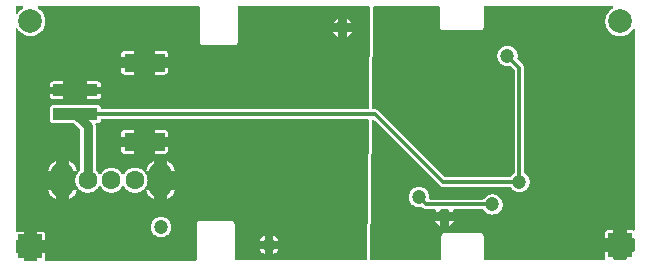
<source format=gbl>
G04 Layer: BottomLayer*
G04 EasyEDA v6.5.42, 2024-05-27 16:03:50*
G04 5a823164b2b14e8aa45e0a56d25f44cb,4b06660695a64fe3bf0f4e1e846abbee,10*
G04 Gerber Generator version 0.2*
G04 Scale: 100 percent, Rotated: No, Reflected: No *
G04 Dimensions in millimeters *
G04 leading zeros omitted , absolute positions ,4 integer and 5 decimal *
%FSLAX45Y45*%
%MOMM*%

%AMMACRO1*21,1,$1,$2,0,0,$3*%
%ADD10C,0.3000*%
%ADD11C,0.8000*%
%ADD12MACRO1,1X3.8X-90.0000*%
%ADD13MACRO1,1.5X3.4X-90.0000*%
%ADD14C,2.0000*%
%ADD15O,1.599946X1.5999968*%
%ADD16O,1.9999959999999999X2.999994*%
%ADD17MACRO1,2X2X-90.0000*%
%ADD18R,2.0000X2.0000*%
%ADD19C,1.2000*%
%ADD20C,0.0124*%

%LPD*%
G36*
X2574604.0Y4579016.00000D02*
G01*
X2570337.0Y4578102.00000D01*
X2566883.0Y4575460.00000D01*
X2564800.0Y4571599.00000D01*
X2564546.0Y4567231.00000D01*
X2566172.0Y4563167.00000D01*
X2569321.0Y4560119.00000D01*
X2576027.0Y4556105.00000D01*
X2587965.0Y4546758.00000D01*
X2598734.0Y4535989.00000D01*
X2608082.0Y4524000.00000D01*
X2615956.0Y4511046.00000D01*
X2622204.0Y4497127.00000D01*
X2626725.0Y4482649.00000D01*
X2629468.0Y4467713.00000D01*
X2630383.0Y4452524.00000D01*
X2629468.0Y4437335.00000D01*
X2626725.0Y4422349.00000D01*
X2622204.0Y4407871.00000D01*
X2615956.0Y4394003.00000D01*
X2608082.0Y4380998.00000D01*
X2598734.0Y4369060.00000D01*
X2587965.0Y4358290.00000D01*
X2576027.0Y4348943.00000D01*
X2563022.0Y4341069.00000D01*
X2549154.0Y4334821.00000D01*
X2534625.0Y4330299.00000D01*
X2519690.0Y4327556.00000D01*
X2504500.0Y4326591.00000D01*
X2489311.0Y4327556.00000D01*
X2474376.0Y4330299.00000D01*
X2459847.0Y4334821.00000D01*
X2445979.0Y4341069.00000D01*
X2432974.0Y4348943.00000D01*
X2421036.0Y4358290.00000D01*
X2410266.0Y4369060.00000D01*
X2400919.0Y4380998.00000D01*
X2396855.0Y4387653.00000D01*
X2393858.0Y4390853.00000D01*
X2389794.0Y4392479.00000D01*
X2385425.0Y4392225.00000D01*
X2381564.0Y4390091.00000D01*
X2378923.0Y4386637.00000D01*
X2378008.0Y4382369.00000D01*
X2378008.0Y2677979.00000D01*
X2378872.0Y2673865.00000D01*
X2381361.0Y2670461.00000D01*
X2385019.0Y2668277.00000D01*
X2389235.0Y2667819.00000D01*
X2398735.0Y2671121.00000D01*
X2405085.0Y2671782.00000D01*
X2448163.0Y2671782.00000D01*
X2448163.0Y2602287.00000D01*
X2388168.0Y2602287.00000D01*
X2384257.0Y2601525.00000D01*
X2381006.0Y2599290.00000D01*
X2378770.0Y2595988.00000D01*
X2378008.0Y2592077.00000D01*
X2378008.0Y2499722.00000D01*
X2378770.0Y2495811.00000D01*
X2381006.0Y2492509.00000D01*
X2384257.0Y2490324.00000D01*
X2388168.0Y2489511.00000D01*
X2448163.0Y2489511.00000D01*
X2448163.0Y2431396.00000D01*
X2448925.0Y2427485.00000D01*
X2451160.0Y2424233.00000D01*
X2454462.0Y2422049.00000D01*
X2458323.0Y2421287.00000D01*
X2550728.0Y2421490.00000D01*
X2554589.0Y2422303.00000D01*
X2557891.0Y2424487.00000D01*
X2560076.0Y2427789.00000D01*
X2560838.0Y2431650.00000D01*
X2560838.0Y2489511.00000D01*
X2630434.0Y2489511.00000D01*
X2630434.0Y2446484.00000D01*
X2629672.0Y2440134.00000D01*
X2627944.0Y2435257.00000D01*
X2627386.0Y2431345.00000D01*
X2628300.0Y2427688.00000D01*
X2630535.0Y2424538.00000D01*
X2633786.0Y2422455.00000D01*
X2637596.0Y2421693.00000D01*
X3901043.0Y2424741.00000D01*
X3904904.0Y2425503.00000D01*
X3908206.0Y2427688.00000D01*
X3910390.0Y2430939.00000D01*
X3911203.0Y2434800.00000D01*
X3913692.0Y2737619.00000D01*
X3914505.0Y2744070.00000D01*
X3916690.0Y2749607.00000D01*
X3920246.0Y2754738.00000D01*
X3923141.0Y2757583.00000D01*
X3926850.0Y2760326.00000D01*
X3932387.0Y2762765.00000D01*
X3939753.0Y2763933.00000D01*
X4205691.0Y2763933.00000D01*
X4212193.0Y2763069.00000D01*
X4217730.0Y2761037.00000D01*
X4222861.0Y2757481.00000D01*
X4225909.0Y2754484.00000D01*
X4228551.0Y2750827.00000D01*
X4231040.0Y2745340.00000D01*
X4232208.0Y2737873.00000D01*
X4232208.0Y2440337.00000D01*
X4232970.0Y2436425.00000D01*
X4235206.0Y2433174.00000D01*
X4238457.0Y2430888.00000D01*
X4242368.0Y2430177.00000D01*
X5343508.0Y2430177.00000D01*
X5347369.0Y2430888.00000D01*
X5350620.0Y2433123.00000D01*
X5352856.0Y2436324.00000D01*
X5353668.0Y2440134.00000D01*
X5368807.0Y3615391.00000D01*
X5368045.0Y3619303.00000D01*
X5365860.0Y3622706.00000D01*
X5362558.0Y3624941.00000D01*
X5358647.0Y3625703.00000D01*
X3111052.0Y3625703.00000D01*
X3107395.0Y3625094.00000D01*
X3104245.0Y3623163.00000D01*
X3102010.0Y3620268.00000D01*
X3100943.0Y3616712.00000D01*
X3100283.0Y3610971.00000D01*
X3098403.0Y3605536.00000D01*
X3095304.0Y3600608.00000D01*
X3091190.0Y3596544.00000D01*
X3086313.0Y3593395.00000D01*
X3080877.0Y3591464.00000D01*
X3074527.0Y3590804.00000D01*
X3063707.0Y3590804.00000D01*
X3060100.0Y3590093.00000D01*
X3056950.0Y3588264.00000D01*
X3054715.0Y3585419.00000D01*
X3053598.0Y3581914.00000D01*
X3053801.0Y3578256.00000D01*
X3055376.0Y3571805.00000D01*
X3056188.0Y3561137.00000D01*
X3056188.0Y3193650.00000D01*
X3057103.0Y3189434.00000D01*
X3059694.0Y3186030.00000D01*
X3065180.0Y3181153.00000D01*
X3074324.0Y3170790.00000D01*
X3081842.0Y3159513.00000D01*
X3084636.0Y3156668.00000D01*
X3088294.0Y3155144.00000D01*
X3092307.0Y3155144.00000D01*
X3095965.0Y3156668.00000D01*
X3098759.0Y3159513.00000D01*
X3106277.0Y3170790.00000D01*
X3115421.0Y3181153.00000D01*
X3125835.0Y3190348.00000D01*
X3137367.0Y3198019.00000D01*
X3149762.0Y3204115.00000D01*
X3162919.0Y3208535.00000D01*
X3176483.0Y3211329.00000D01*
X3190300.0Y3212192.00000D01*
X3204118.0Y3211329.00000D01*
X3217682.0Y3208535.00000D01*
X3230839.0Y3204115.00000D01*
X3243234.0Y3198019.00000D01*
X3254766.0Y3190348.00000D01*
X3265180.0Y3181153.00000D01*
X3274324.0Y3170790.00000D01*
X3281842.0Y3159513.00000D01*
X3284636.0Y3156668.00000D01*
X3288294.0Y3155144.00000D01*
X3292307.0Y3155144.00000D01*
X3295964.0Y3156668.00000D01*
X3298758.0Y3159513.00000D01*
X3306277.0Y3170790.00000D01*
X3315421.0Y3181153.00000D01*
X3325835.0Y3190348.00000D01*
X3337366.0Y3198019.00000D01*
X3349762.0Y3204115.00000D01*
X3362919.0Y3208535.00000D01*
X3376482.0Y3211329.00000D01*
X3390300.0Y3212192.00000D01*
X3404118.0Y3211329.00000D01*
X3417681.0Y3208535.00000D01*
X3430838.0Y3204115.00000D01*
X3443234.0Y3198019.00000D01*
X3454765.0Y3190348.00000D01*
X3465687.0Y3180696.00000D01*
X3469345.0Y3178715.00000D01*
X3471885.0Y3178461.00000D01*
X3472342.0Y3174143.00000D01*
X3474323.0Y3170790.00000D01*
X3481994.0Y3159208.00000D01*
X3488141.0Y3146863.00000D01*
X3492561.0Y3133757.00000D01*
X3495253.0Y3120092.00000D01*
X3496167.0Y3106325.00000D01*
X3495253.0Y3092507.00000D01*
X3492561.0Y3078893.00000D01*
X3488141.0Y3065787.00000D01*
X3481994.0Y3053391.00000D01*
X3474272.0Y3041809.00000D01*
X3472342.0Y3038507.00000D01*
X3471885.0Y3034138.00000D01*
X3469345.0Y3033935.00000D01*
X3465687.0Y3031903.00000D01*
X3454765.0Y3022302.00000D01*
X3443234.0Y3014580.00000D01*
X3430838.0Y3008484.00000D01*
X3417681.0Y3004065.00000D01*
X3404118.0Y3001321.00000D01*
X3390300.0Y3000407.00000D01*
X3376482.0Y3001321.00000D01*
X3362919.0Y3004065.00000D01*
X3349762.0Y3008484.00000D01*
X3337366.0Y3014580.00000D01*
X3325835.0Y3022302.00000D01*
X3315421.0Y3031446.00000D01*
X3306277.0Y3041860.00000D01*
X3298758.0Y3053137.00000D01*
X3295964.0Y3055982.00000D01*
X3292307.0Y3057506.00000D01*
X3288294.0Y3057506.00000D01*
X3284636.0Y3055982.00000D01*
X3281842.0Y3053137.00000D01*
X3274324.0Y3041860.00000D01*
X3265180.0Y3031446.00000D01*
X3254766.0Y3022302.00000D01*
X3243234.0Y3014580.00000D01*
X3230839.0Y3008484.00000D01*
X3217682.0Y3004065.00000D01*
X3204118.0Y3001321.00000D01*
X3190300.0Y3000407.00000D01*
X3176483.0Y3001321.00000D01*
X3162919.0Y3004065.00000D01*
X3149762.0Y3008484.00000D01*
X3137367.0Y3014580.00000D01*
X3125835.0Y3022302.00000D01*
X3115421.0Y3031446.00000D01*
X3106277.0Y3041860.00000D01*
X3098759.0Y3053137.00000D01*
X3095965.0Y3055982.00000D01*
X3092307.0Y3057506.00000D01*
X3088294.0Y3057506.00000D01*
X3084636.0Y3055982.00000D01*
X3081842.0Y3053137.00000D01*
X3074324.0Y3041860.00000D01*
X3065180.0Y3031446.00000D01*
X3054766.0Y3022302.00000D01*
X3043234.0Y3014580.00000D01*
X3030839.0Y3008484.00000D01*
X3017682.0Y3004065.00000D01*
X3004118.0Y3001321.00000D01*
X2990301.0Y3000407.00000D01*
X2976483.0Y3001321.00000D01*
X2962920.0Y3004065.00000D01*
X2949762.0Y3008484.00000D01*
X2937367.0Y3014580.00000D01*
X2925836.0Y3022302.00000D01*
X2914914.0Y3031903.00000D01*
X2911256.0Y3033935.00000D01*
X2908716.0Y3034138.00000D01*
X2908259.0Y3038507.00000D01*
X2906278.0Y3041860.00000D01*
X2898607.0Y3053391.00000D01*
X2892460.0Y3065787.00000D01*
X2888040.0Y3078893.00000D01*
X2885348.0Y3092507.00000D01*
X2884434.0Y3106325.00000D01*
X2885348.0Y3120092.00000D01*
X2888040.0Y3133757.00000D01*
X2892460.0Y3146863.00000D01*
X2898607.0Y3159208.00000D01*
X2906328.0Y3170841.00000D01*
X2908259.0Y3174143.00000D01*
X2908716.0Y3178461.00000D01*
X2911256.0Y3178715.00000D01*
X2914914.0Y3180696.00000D01*
X2920908.0Y3186030.00000D01*
X2923499.0Y3189434.00000D01*
X2924413.0Y3193650.00000D01*
X2924413.0Y3529945.00000D01*
X2923600.0Y3533857.00000D01*
X2921416.0Y3537210.00000D01*
X2870768.0Y3587857.00000D01*
X2867466.0Y3589991.00000D01*
X2863606.0Y3590804.00000D01*
X2695661.0Y3590804.00000D01*
X2689362.0Y3591464.00000D01*
X2683875.0Y3593395.00000D01*
X2678998.0Y3596544.00000D01*
X2674884.0Y3600608.00000D01*
X2671836.0Y3605536.00000D01*
X2669905.0Y3610971.00000D01*
X2669194.0Y3617271.00000D01*
X2669194.0Y3716178.00000D01*
X2669905.0Y3722427.00000D01*
X2671836.0Y3727913.00000D01*
X2674884.0Y3732841.00000D01*
X2678998.0Y3736905.00000D01*
X2683875.0Y3739953.00000D01*
X2689362.0Y3741883.00000D01*
X2695661.0Y3742645.00000D01*
X3074527.0Y3742645.00000D01*
X3080877.0Y3741883.00000D01*
X3086313.0Y3739953.00000D01*
X3091190.0Y3736905.00000D01*
X3095304.0Y3732841.00000D01*
X3098403.0Y3727913.00000D01*
X3100283.0Y3722427.00000D01*
X3100943.0Y3716534.00000D01*
X3102010.0Y3713029.00000D01*
X3104296.0Y3710133.00000D01*
X3107446.0Y3708203.00000D01*
X3111052.0Y3707542.00000D01*
X5359967.0Y3707542.00000D01*
X5363828.0Y3708253.00000D01*
X5367080.0Y3710489.00000D01*
X5369315.0Y3713740.00000D01*
X5370128.0Y3717550.00000D01*
X5381050.0Y4568704.00000D01*
X5380338.0Y4572666.00000D01*
X5378154.0Y4576019.00000D01*
X5374852.0Y4578203.00000D01*
X5370890.0Y4579016.00000D01*
X4267768.0Y4579016.00000D01*
X4263857.0Y4578203.00000D01*
X4260606.0Y4576019.00000D01*
X4258370.0Y4572768.00000D01*
X4257608.0Y4568856.00000D01*
X4257608.0Y4275283.00000D01*
X4256796.0Y4268831.00000D01*
X4254713.0Y4263294.00000D01*
X4251157.0Y4258163.00000D01*
X4248160.0Y4255115.00000D01*
X4244553.0Y4252423.00000D01*
X4239016.0Y4249934.00000D01*
X4231548.0Y4248816.00000D01*
X3965610.0Y4248816.00000D01*
X3959108.0Y4249629.00000D01*
X3953570.0Y4251712.00000D01*
X3948440.0Y4255268.00000D01*
X3945392.0Y4258214.00000D01*
X3942750.0Y4261872.00000D01*
X3940261.0Y4267409.00000D01*
X3939092.0Y4274826.00000D01*
X3939092.0Y4568856.00000D01*
X3938330.0Y4572768.00000D01*
X3936095.0Y4576019.00000D01*
X3932844.0Y4578203.00000D01*
X3928932.0Y4579016.00000D01*
G37*

%LPC*%
G36*
X5182473.0Y4477873.00000D02*
G01*
X5192532.0Y4472387.00000D01*
X5202336.0Y4465021.00000D01*
X5211023.0Y4456385.00000D01*
X5218338.0Y4446581.00000D01*
X5223875.0Y4436471.00000D01*
X5182473.0Y4436471.00000D01*
G37*
G36*
X5109728.0Y4477873.00000D02*
G01*
X5109728.0Y4436471.00000D01*
X5068326.0Y4436471.00000D01*
X5073863.0Y4446581.00000D01*
X5081178.0Y4456385.00000D01*
X5089865.0Y4465021.00000D01*
X5099669.0Y4472387.00000D01*
G37*
G36*
X5068326.0Y4363726.00000D02*
G01*
X5109728.0Y4363726.00000D01*
X5109728.0Y4322375.00000D01*
X5099669.0Y4327861.00000D01*
X5089865.0Y4335227.00000D01*
X5081178.0Y4343863.00000D01*
X5073863.0Y4353718.00000D01*
G37*
G36*
X5182473.0Y4363726.00000D02*
G01*
X5223875.0Y4363726.00000D01*
X5218338.0Y4353718.00000D01*
X5211023.0Y4343863.00000D01*
X5202336.0Y4335227.00000D01*
X5192532.0Y4327861.00000D01*
X5182473.0Y4322375.00000D01*
G37*
G36*
X3561445.0Y4202588.00000D02*
G01*
X3639525.0Y4202588.00000D01*
X3645875.0Y4201928.00000D01*
X3651311.0Y4199997.00000D01*
X3656187.0Y4196949.00000D01*
X3660302.0Y4192784.00000D01*
X3663401.0Y4187907.00000D01*
X3665280.0Y4182471.00000D01*
X3665992.0Y4176121.00000D01*
X3665992.0Y4145591.00000D01*
X3561445.0Y4145591.00000D01*
G37*
G36*
X3300689.0Y4202588.00000D02*
G01*
X3378768.0Y4202588.00000D01*
X3378768.0Y4145591.00000D01*
X3274171.0Y4145591.00000D01*
X3274171.0Y4176121.00000D01*
X3274882.0Y4182471.00000D01*
X3276813.0Y4187907.00000D01*
X3279912.0Y4192784.00000D01*
X3283976.0Y4196949.00000D01*
X3288903.0Y4199997.00000D01*
X3294339.0Y4201928.00000D01*
G37*
G36*
X3274171.0Y4057859.00000D02*
G01*
X3378768.0Y4057859.00000D01*
X3378768.0Y4000760.00000D01*
X3300689.0Y4000760.00000D01*
X3294339.0Y4001522.00000D01*
X3288903.0Y4003452.00000D01*
X3283976.0Y4006500.00000D01*
X3279912.0Y4010564.00000D01*
X3276813.0Y4015441.00000D01*
X3274882.0Y4020978.00000D01*
X3274171.0Y4027227.00000D01*
G37*
G36*
X3561445.0Y4057859.00000D02*
G01*
X3665992.0Y4057859.00000D01*
X3665992.0Y4027227.00000D01*
X3665280.0Y4020978.00000D01*
X3663401.0Y4015441.00000D01*
X3660302.0Y4010564.00000D01*
X3656187.0Y4006500.00000D01*
X3651311.0Y4003452.00000D01*
X3645875.0Y4001522.00000D01*
X3639525.0Y4000760.00000D01*
X3561445.0Y4000760.00000D01*
G37*
G36*
X2986440.0Y3942645.00000D02*
G01*
X3074527.0Y3942645.00000D01*
X3080877.0Y3941933.00000D01*
X3086313.0Y3940003.00000D01*
X3091190.0Y3936853.00000D01*
X3095304.0Y3932840.00000D01*
X3098403.0Y3927913.00000D01*
X3100283.0Y3922477.00000D01*
X3100994.0Y3916178.00000D01*
X3100994.0Y3898093.00000D01*
X2986440.0Y3898093.00000D01*
G37*
G36*
X2695661.0Y3942645.00000D02*
G01*
X2783748.0Y3942645.00000D01*
X2783748.0Y3898093.00000D01*
X2669194.0Y3898093.00000D01*
X2669194.0Y3916178.00000D01*
X2669905.0Y3922477.00000D01*
X2671836.0Y3927913.00000D01*
X2674884.0Y3932840.00000D01*
X2678998.0Y3936853.00000D01*
X2683875.0Y3940003.00000D01*
X2689362.0Y3941933.00000D01*
G37*
G36*
X2669194.0Y3835355.00000D02*
G01*
X2783748.0Y3835355.00000D01*
X2783748.0Y3790753.00000D01*
X2695661.0Y3790753.00000D01*
X2689362.0Y3791515.00000D01*
X2683875.0Y3793445.00000D01*
X2678998.0Y3796544.00000D01*
X2674884.0Y3800557.00000D01*
X2671836.0Y3805485.00000D01*
X2669905.0Y3810971.00000D01*
X2669194.0Y3817219.00000D01*
G37*
G36*
X2986440.0Y3835355.00000D02*
G01*
X3100994.0Y3835355.00000D01*
X3100994.0Y3817219.00000D01*
X3100283.0Y3810971.00000D01*
X3098403.0Y3805485.00000D01*
X3095304.0Y3800557.00000D01*
X3091190.0Y3796544.00000D01*
X3086313.0Y3793445.00000D01*
X3080877.0Y3791515.00000D01*
X3074527.0Y3790753.00000D01*
X2986440.0Y3790753.00000D01*
G37*
G36*
X3561445.0Y3532638.00000D02*
G01*
X3639525.0Y3532638.00000D01*
X3645875.0Y3531876.00000D01*
X3651311.0Y3529945.00000D01*
X3656187.0Y3526948.00000D01*
X3660302.0Y3522833.00000D01*
X3663401.0Y3517957.00000D01*
X3665280.0Y3512419.00000D01*
X3665992.0Y3506171.00000D01*
X3665992.0Y3475589.00000D01*
X3561445.0Y3475589.00000D01*
G37*
G36*
X3300689.0Y3532638.00000D02*
G01*
X3378768.0Y3532638.00000D01*
X3378768.0Y3475589.00000D01*
X3274171.0Y3475589.00000D01*
X3274171.0Y3506171.00000D01*
X3274882.0Y3512419.00000D01*
X3276813.0Y3517957.00000D01*
X3279912.0Y3522833.00000D01*
X3283976.0Y3526948.00000D01*
X3288903.0Y3529945.00000D01*
X3294339.0Y3531876.00000D01*
G37*
G36*
X3561445.0Y3387807.00000D02*
G01*
X3665992.0Y3387807.00000D01*
X3665992.0Y3357276.00000D01*
X3665280.0Y3350977.00000D01*
X3663401.0Y3345491.00000D01*
X3660302.0Y3340614.00000D01*
X3656187.0Y3336448.00000D01*
X3651311.0Y3333451.00000D01*
X3645875.0Y3331521.00000D01*
X3639525.0Y3330809.00000D01*
X3561445.0Y3330809.00000D01*
G37*
G36*
X3274171.0Y3387807.00000D02*
G01*
X3378768.0Y3387807.00000D01*
X3378768.0Y3330809.00000D01*
X3300689.0Y3330809.00000D01*
X3294339.0Y3331521.00000D01*
X3288903.0Y3333451.00000D01*
X3283976.0Y3336448.00000D01*
X3279912.0Y3340614.00000D01*
X3276813.0Y3345491.00000D01*
X3274882.0Y3350977.00000D01*
X3274171.0Y3357276.00000D01*
G37*
G36*
X3548948.0Y3268783.00000D02*
G01*
X3548948.0Y3187656.00000D01*
X3483467.0Y3187656.00000D01*
X3487582.0Y3200966.00000D01*
X3493830.0Y3214834.00000D01*
X3501704.0Y3227839.00000D01*
X3511102.0Y3239776.00000D01*
X3521821.0Y3250495.00000D01*
X3533810.0Y3259893.00000D01*
X3546815.0Y3267817.00000D01*
G37*
G36*
X3661674.0Y3268783.00000D02*
G01*
X3663807.0Y3267817.00000D01*
X3676812.0Y3259893.00000D01*
X3688801.0Y3250495.00000D01*
X3699520.0Y3239776.00000D01*
X3708918.0Y3227839.00000D01*
X3716792.0Y3214834.00000D01*
X3723040.0Y3200966.00000D01*
X3727155.0Y3187656.00000D01*
X3661674.0Y3187656.00000D01*
G37*
G36*
X2831652.0Y3268783.00000D02*
G01*
X2833786.0Y3267817.00000D01*
X2846791.0Y3259893.00000D01*
X2858780.0Y3250495.00000D01*
X2869498.0Y3239776.00000D01*
X2878896.0Y3227839.00000D01*
X2886770.0Y3214834.00000D01*
X2893019.0Y3200966.00000D01*
X2897134.0Y3187656.00000D01*
X2831652.0Y3187656.00000D01*
G37*
G36*
X2718927.0Y3268783.00000D02*
G01*
X2718927.0Y3187656.00000D01*
X2653446.0Y3187656.00000D01*
X2657561.0Y3200966.00000D01*
X2663809.0Y3214834.00000D01*
X2671683.0Y3227839.00000D01*
X2681081.0Y3239776.00000D01*
X2691800.0Y3250495.00000D01*
X2703789.0Y3259893.00000D01*
X2716794.0Y3267817.00000D01*
G37*
G36*
X3483467.0Y3024943.00000D02*
G01*
X3548948.0Y3024943.00000D01*
X3548948.0Y2943816.00000D01*
X3546815.0Y2944781.00000D01*
X3533810.0Y2952706.00000D01*
X3521821.0Y2962104.00000D01*
X3511102.0Y2972823.00000D01*
X3501704.0Y2984761.00000D01*
X3493830.0Y2997816.00000D01*
X3487582.0Y3011634.00000D01*
G37*
G36*
X2831652.0Y3024943.00000D02*
G01*
X2897134.0Y3024943.00000D01*
X2893019.0Y3011634.00000D01*
X2886770.0Y2997816.00000D01*
X2878896.0Y2984761.00000D01*
X2869498.0Y2972823.00000D01*
X2858780.0Y2962104.00000D01*
X2846791.0Y2952706.00000D01*
X2833786.0Y2944781.00000D01*
X2831652.0Y2943816.00000D01*
G37*
G36*
X2653446.0Y3024943.00000D02*
G01*
X2718927.0Y3024943.00000D01*
X2718927.0Y2943816.00000D01*
X2716794.0Y2944781.00000D01*
X2703789.0Y2952706.00000D01*
X2691800.0Y2962104.00000D01*
X2681081.0Y2972823.00000D01*
X2671683.0Y2984761.00000D01*
X2663809.0Y2997816.00000D01*
X2657561.0Y3011634.00000D01*
G37*
G36*
X3661674.0Y3024943.00000D02*
G01*
X3727155.0Y3024943.00000D01*
X3723040.0Y3011634.00000D01*
X3716792.0Y2997816.00000D01*
X3708918.0Y2984761.00000D01*
X3699520.0Y2972823.00000D01*
X3688801.0Y2962104.00000D01*
X3676812.0Y2952706.00000D01*
X3663807.0Y2944781.00000D01*
X3661674.0Y2943816.00000D01*
G37*
G36*
X3609400.0Y2796902.00000D02*
G01*
X3621643.0Y2796039.00000D01*
X3633581.0Y2793397.00000D01*
X3645062.0Y2789130.00000D01*
X3655832.0Y2783288.00000D01*
X3665636.0Y2775922.00000D01*
X3674323.0Y2767286.00000D01*
X3681638.0Y2757481.00000D01*
X3687531.0Y2746712.00000D01*
X3691798.0Y2735180.00000D01*
X3694389.0Y2723242.00000D01*
X3695303.0Y2711050.00000D01*
X3694389.0Y2698807.00000D01*
X3691798.0Y2686819.00000D01*
X3687531.0Y2675338.00000D01*
X3681638.0Y2664619.00000D01*
X3674323.0Y2654764.00000D01*
X3665636.0Y2646128.00000D01*
X3655832.0Y2638762.00000D01*
X3645062.0Y2632920.00000D01*
X3633581.0Y2628602.00000D01*
X3621643.0Y2626011.00000D01*
X3609400.0Y2625147.00000D01*
X3597158.0Y2626011.00000D01*
X3585220.0Y2628602.00000D01*
X3573739.0Y2632920.00000D01*
X3562969.0Y2638762.00000D01*
X3553165.0Y2646128.00000D01*
X3544478.0Y2654764.00000D01*
X3537163.0Y2664619.00000D01*
X3531270.0Y2675338.00000D01*
X3527003.0Y2686819.00000D01*
X3524412.0Y2698807.00000D01*
X3523498.0Y2711050.00000D01*
X3524412.0Y2723242.00000D01*
X3527003.0Y2735180.00000D01*
X3531270.0Y2746712.00000D01*
X3537163.0Y2757481.00000D01*
X3544478.0Y2767286.00000D01*
X3553165.0Y2775922.00000D01*
X3562969.0Y2783288.00000D01*
X3573739.0Y2789130.00000D01*
X3585220.0Y2793397.00000D01*
X3597158.0Y2796039.00000D01*
G37*
G36*
X2560838.0Y2671782.00000D02*
G01*
X2603916.0Y2671782.00000D01*
X2610266.0Y2671121.00000D01*
X2615702.0Y2669191.00000D01*
X2620629.0Y2666143.00000D01*
X2624693.0Y2661977.00000D01*
X2627792.0Y2657101.00000D01*
X2629672.0Y2651665.00000D01*
X2630434.0Y2645315.00000D01*
X2630434.0Y2602287.00000D01*
X2560838.0Y2602287.00000D01*
G37*
G36*
X4560173.0Y2636374.00000D02*
G01*
X4570232.0Y2630888.00000D01*
X4580036.0Y2623522.00000D01*
X4588723.0Y2614886.00000D01*
X4596038.0Y2605081.00000D01*
X4601575.0Y2594972.00000D01*
X4560173.0Y2594972.00000D01*
G37*
G36*
X4487428.0Y2636374.00000D02*
G01*
X4487428.0Y2594972.00000D01*
X4446026.0Y2594972.00000D01*
X4451563.0Y2605081.00000D01*
X4458878.0Y2614886.00000D01*
X4467565.0Y2623522.00000D01*
X4477369.0Y2630888.00000D01*
G37*
G36*
X4446026.0Y2522227.00000D02*
G01*
X4487428.0Y2522227.00000D01*
X4487428.0Y2480875.00000D01*
X4477369.0Y2486362.00000D01*
X4467565.0Y2493728.00000D01*
X4458878.0Y2502364.00000D01*
X4451563.0Y2512219.00000D01*
G37*
G36*
X4560173.0Y2522227.00000D02*
G01*
X4601575.0Y2522227.00000D01*
X4596038.0Y2512219.00000D01*
X4588723.0Y2502364.00000D01*
X4580036.0Y2493728.00000D01*
X4570232.0Y2486362.00000D01*
X4560173.0Y2480875.00000D01*
G37*

%LPD*%
G36*
X2388168.0Y4579016.00000D02*
G01*
X2384257.0Y4578203.00000D01*
X2381006.0Y4576019.00000D01*
X2378770.0Y4572768.00000D01*
X2378008.0Y4568856.00000D01*
X2378008.0Y4522628.00000D01*
X2378923.0Y4518361.00000D01*
X2381564.0Y4514907.00000D01*
X2385425.0Y4512773.00000D01*
X2389794.0Y4512570.00000D01*
X2393858.0Y4514145.00000D01*
X2396855.0Y4517345.00000D01*
X2400919.0Y4524000.00000D01*
X2410266.0Y4535989.00000D01*
X2421036.0Y4546758.00000D01*
X2432974.0Y4556105.00000D01*
X2439680.0Y4560119.00000D01*
X2442829.0Y4563167.00000D01*
X2444455.0Y4567231.00000D01*
X2444201.0Y4571599.00000D01*
X2442118.0Y4575460.00000D01*
X2438664.0Y4578102.00000D01*
X2434396.0Y4579016.00000D01*
G37*

%LPD*%
G36*
X5417118.0Y4579016.00000D02*
G01*
X5413308.0Y4578203.00000D01*
X5410006.0Y4576070.00000D01*
X5407770.0Y4572768.00000D01*
X5406958.0Y4568958.00000D01*
X5396036.0Y3717855.00000D01*
X5396747.0Y3713943.00000D01*
X5398931.0Y3710590.00000D01*
X5402284.0Y3708355.00000D01*
X5406196.0Y3707542.00000D01*
X5421689.0Y3707542.00000D01*
X5430173.0Y3706729.00000D01*
X5437844.0Y3704342.00000D01*
X5444905.0Y3700633.00000D01*
X5451458.0Y3695249.00000D01*
X6010970.0Y3135992.00000D01*
X6014272.0Y3133757.00000D01*
X6018132.0Y3132995.00000D01*
X6563470.0Y3132995.00000D01*
X6566976.0Y3133655.00000D01*
X6570125.0Y3135484.00000D01*
X6579777.0Y3148286.00000D01*
X6588464.0Y3156922.00000D01*
X6598522.0Y3164389.00000D01*
X6601316.0Y3166675.00000D01*
X6603145.0Y3169774.00000D01*
X6603806.0Y3173330.00000D01*
X6603806.0Y4036015.00000D01*
X6603044.0Y4039927.00000D01*
X6600808.0Y4043279.00000D01*
X6571497.0Y4072540.00000D01*
X6568754.0Y4074521.00000D01*
X6565553.0Y4075486.00000D01*
X6562150.0Y4075283.00000D01*
X6555342.0Y4073810.00000D01*
X6543100.0Y4072947.00000D01*
X6530857.0Y4073810.00000D01*
X6518919.0Y4076401.00000D01*
X6507438.0Y4080719.00000D01*
X6496668.0Y4086561.00000D01*
X6486864.0Y4093927.00000D01*
X6478177.0Y4102563.00000D01*
X6470862.0Y4112418.00000D01*
X6464969.0Y4123137.00000D01*
X6460702.0Y4134618.00000D01*
X6458111.0Y4146607.00000D01*
X6457197.0Y4158849.00000D01*
X6458111.0Y4171041.00000D01*
X6460702.0Y4182979.00000D01*
X6464969.0Y4194511.00000D01*
X6470862.0Y4205281.00000D01*
X6478177.0Y4215085.00000D01*
X6486864.0Y4223721.00000D01*
X6496668.0Y4231087.00000D01*
X6507438.0Y4236929.00000D01*
X6518919.0Y4241196.00000D01*
X6530857.0Y4243838.00000D01*
X6543100.0Y4244701.00000D01*
X6555342.0Y4243838.00000D01*
X6567280.0Y4241196.00000D01*
X6578761.0Y4236929.00000D01*
X6589531.0Y4231087.00000D01*
X6599335.0Y4223721.00000D01*
X6608022.0Y4215085.00000D01*
X6615337.0Y4205281.00000D01*
X6621230.0Y4194511.00000D01*
X6625497.0Y4182979.00000D01*
X6628088.0Y4171041.00000D01*
X6629002.0Y4158849.00000D01*
X6628088.0Y4146607.00000D01*
X6626615.0Y4139749.00000D01*
X6626462.0Y4136396.00000D01*
X6627428.0Y4133145.00000D01*
X6629358.0Y4130401.00000D01*
X6673249.0Y4086510.00000D01*
X6678685.0Y4079906.00000D01*
X6682444.0Y4072845.00000D01*
X6684781.0Y4065174.00000D01*
X6685594.0Y4056741.00000D01*
X6685594.0Y3173330.00000D01*
X6686254.0Y3169774.00000D01*
X6688083.0Y3166675.00000D01*
X6700935.0Y3156922.00000D01*
X6709622.0Y3148286.00000D01*
X6716937.0Y3138481.00000D01*
X6722830.0Y3127712.00000D01*
X6727097.0Y3116180.00000D01*
X6729688.0Y3104242.00000D01*
X6730602.0Y3092050.00000D01*
X6729688.0Y3079807.00000D01*
X6727097.0Y3067819.00000D01*
X6722830.0Y3056338.00000D01*
X6716937.0Y3045619.00000D01*
X6709622.0Y3035764.00000D01*
X6700935.0Y3027128.00000D01*
X6691131.0Y3019762.00000D01*
X6680361.0Y3013920.00000D01*
X6668880.0Y3009602.00000D01*
X6656942.0Y3007011.00000D01*
X6644700.0Y3006147.00000D01*
X6632457.0Y3007011.00000D01*
X6620519.0Y3009602.00000D01*
X6609038.0Y3013920.00000D01*
X6598268.0Y3019762.00000D01*
X6588464.0Y3027128.00000D01*
X6579777.0Y3035764.00000D01*
X6570024.0Y3048718.00000D01*
X6566925.0Y3050547.00000D01*
X6563369.0Y3051207.00000D01*
X5997508.0Y3051207.00000D01*
X5989024.0Y3052020.00000D01*
X5981353.0Y3054357.00000D01*
X5974292.0Y3058065.00000D01*
X5967739.0Y3063450.00000D01*
X5411987.0Y3618998.00000D01*
X5408735.0Y3621182.00000D01*
X5404875.0Y3621995.00000D01*
X5401014.0Y3621233.00000D01*
X5397712.0Y3619049.00000D01*
X5395477.0Y3615797.00000D01*
X5394664.0Y3611937.00000D01*
X5379576.0Y2440489.00000D01*
X5380288.0Y2436527.00000D01*
X5382523.0Y2433174.00000D01*
X5385825.0Y2430888.00000D01*
X5389736.0Y2430177.00000D01*
X5973632.0Y2430177.00000D01*
X5977543.0Y2430888.00000D01*
X5980794.0Y2433174.00000D01*
X5983030.0Y2436425.00000D01*
X5983792.0Y2440337.00000D01*
X5983792.0Y2635815.00000D01*
X5984604.0Y2642318.00000D01*
X5986687.0Y2647804.00000D01*
X5990243.0Y2652986.00000D01*
X5993240.0Y2656034.00000D01*
X5996847.0Y2658675.00000D01*
X6002384.0Y2661165.00000D01*
X6009852.0Y2662333.00000D01*
X6313890.0Y2662333.00000D01*
X6320392.0Y2661469.00000D01*
X6325930.0Y2659437.00000D01*
X6331060.0Y2655881.00000D01*
X6334108.0Y2652884.00000D01*
X6336750.0Y2649227.00000D01*
X6339239.0Y2643740.00000D01*
X6340408.0Y2636273.00000D01*
X6340408.0Y2443893.00000D01*
X6341169.0Y2439981.00000D01*
X6343405.0Y2436730.00000D01*
X6346656.0Y2434495.00000D01*
X6350568.0Y2433733.00000D01*
X7362757.0Y2433733.00000D01*
X7366568.0Y2434393.00000D01*
X7369819.0Y2436527.00000D01*
X7372054.0Y2439677.00000D01*
X7372918.0Y2443436.00000D01*
X7372359.0Y2447246.00000D01*
X7370428.0Y2452834.00000D01*
X7369717.0Y2459184.00000D01*
X7369717.0Y2502211.00000D01*
X7439262.0Y2502211.00000D01*
X7439262.0Y2443893.00000D01*
X7440024.0Y2439981.00000D01*
X7442209.0Y2436730.00000D01*
X7445511.0Y2434495.00000D01*
X7449422.0Y2433733.00000D01*
X7541777.0Y2433733.00000D01*
X7545688.0Y2434495.00000D01*
X7548990.0Y2436730.00000D01*
X7551175.0Y2439981.00000D01*
X7551937.0Y2443893.00000D01*
X7551937.0Y2502211.00000D01*
X7611932.0Y2502211.00000D01*
X7615843.0Y2503024.00000D01*
X7619094.0Y2505209.00000D01*
X7621330.0Y2508511.00000D01*
X7622092.0Y2512422.00000D01*
X7622092.0Y2604777.00000D01*
X7621330.0Y2608688.00000D01*
X7619094.0Y2611990.00000D01*
X7615843.0Y2614225.00000D01*
X7611932.0Y2614987.00000D01*
X7551937.0Y2614987.00000D01*
X7551937.0Y2684482.00000D01*
X7595015.0Y2684482.00000D01*
X7601365.0Y2683821.00000D01*
X7610865.0Y2680519.00000D01*
X7615081.0Y2680977.00000D01*
X7618739.0Y2683161.00000D01*
X7621228.0Y2686565.00000D01*
X7622092.0Y2690679.00000D01*
X7622092.0Y4380795.00000D01*
X7621177.0Y4385113.00000D01*
X7618536.0Y4388567.00000D01*
X7614675.0Y4390548.00000D01*
X7610306.0Y4390853.00000D01*
X7606242.0Y4389177.00000D01*
X7603245.0Y4386078.00000D01*
X7599181.0Y4379372.00000D01*
X7589834.0Y4367434.00000D01*
X7579064.0Y4356715.00000D01*
X7567126.0Y4347317.00000D01*
X7554121.0Y4339393.00000D01*
X7540253.0Y4333195.00000D01*
X7525724.0Y4328623.00000D01*
X7510789.0Y4325931.00000D01*
X7495600.0Y4325016.00000D01*
X7480410.0Y4325931.00000D01*
X7465475.0Y4328623.00000D01*
X7450946.0Y4333195.00000D01*
X7437078.0Y4339393.00000D01*
X7424073.0Y4347317.00000D01*
X7412135.0Y4356715.00000D01*
X7401366.0Y4367434.00000D01*
X7392018.0Y4379372.00000D01*
X7384144.0Y4392428.00000D01*
X7377896.0Y4406245.00000D01*
X7373375.0Y4420774.00000D01*
X7370632.0Y4435760.00000D01*
X7369717.0Y4450949.00000D01*
X7370632.0Y4466088.00000D01*
X7373375.0Y4481023.00000D01*
X7377896.0Y4495552.00000D01*
X7384144.0Y4509369.00000D01*
X7392018.0Y4522425.00000D01*
X7401366.0Y4534414.00000D01*
X7412135.0Y4545133.00000D01*
X7424073.0Y4554531.00000D01*
X7433420.0Y4560119.00000D01*
X7436570.0Y4563167.00000D01*
X7438196.0Y4567231.00000D01*
X7437942.0Y4571599.00000D01*
X7435910.0Y4575460.00000D01*
X7432404.0Y4578102.00000D01*
X7428137.0Y4579016.00000D01*
X6350568.0Y4579016.00000D01*
X6346656.0Y4578203.00000D01*
X6343405.0Y4576019.00000D01*
X6341169.0Y4572768.00000D01*
X6340408.0Y4568856.00000D01*
X6340408.0Y4402283.00000D01*
X6339595.0Y4395831.00000D01*
X6337512.0Y4390294.00000D01*
X6333956.0Y4385163.00000D01*
X6330959.0Y4382115.00000D01*
X6327352.0Y4379423.00000D01*
X6321815.0Y4376934.00000D01*
X6314347.0Y4375816.00000D01*
X5997609.0Y4375816.00000D01*
X5991107.0Y4376629.00000D01*
X5985570.0Y4378712.00000D01*
X5980439.0Y4382268.00000D01*
X5977391.0Y4385214.00000D01*
X5974749.0Y4388872.00000D01*
X5972260.0Y4394409.00000D01*
X5971092.0Y4401826.00000D01*
X5971092.0Y4568856.00000D01*
X5970330.0Y4572768.00000D01*
X5968094.0Y4576019.00000D01*
X5964843.0Y4578203.00000D01*
X5960932.0Y4579016.00000D01*
G37*

%LPC*%
G36*
X5793800.0Y3050902.00000D02*
G01*
X5806042.0Y3050039.00000D01*
X5817980.0Y3047397.00000D01*
X5829461.0Y3043130.00000D01*
X5840231.0Y3037288.00000D01*
X5850035.0Y3029922.00000D01*
X5858722.0Y3021286.00000D01*
X5866037.0Y3011482.00000D01*
X5871930.0Y3000712.00000D01*
X5876197.0Y2989180.00000D01*
X5878788.0Y2977242.00000D01*
X5879702.0Y2965050.00000D01*
X5878839.0Y2953315.00000D01*
X5879398.0Y2949150.00000D01*
X5881531.0Y2945645.00000D01*
X5884935.0Y2943257.00000D01*
X5888999.0Y2942393.00000D01*
X6334819.0Y2942393.00000D01*
X6338376.0Y2943054.00000D01*
X6341474.0Y2944933.00000D01*
X6351177.0Y2957786.00000D01*
X6359864.0Y2966422.00000D01*
X6369668.0Y2973788.00000D01*
X6380438.0Y2979630.00000D01*
X6391919.0Y2983897.00000D01*
X6403857.0Y2986539.00000D01*
X6416100.0Y2987402.00000D01*
X6428342.0Y2986539.00000D01*
X6440280.0Y2983897.00000D01*
X6451761.0Y2979630.00000D01*
X6462531.0Y2973788.00000D01*
X6472335.0Y2966422.00000D01*
X6481022.0Y2957786.00000D01*
X6488337.0Y2947981.00000D01*
X6494230.0Y2937212.00000D01*
X6498497.0Y2925680.00000D01*
X6501088.0Y2913742.00000D01*
X6502002.0Y2901550.00000D01*
X6501088.0Y2889307.00000D01*
X6498497.0Y2877319.00000D01*
X6494230.0Y2865838.00000D01*
X6488337.0Y2855119.00000D01*
X6481022.0Y2845264.00000D01*
X6472335.0Y2836628.00000D01*
X6462531.0Y2829262.00000D01*
X6451761.0Y2823420.00000D01*
X6440280.0Y2819102.00000D01*
X6428342.0Y2816511.00000D01*
X6416100.0Y2815648.00000D01*
X6403857.0Y2816511.00000D01*
X6391919.0Y2819102.00000D01*
X6380438.0Y2823420.00000D01*
X6369668.0Y2829262.00000D01*
X6359864.0Y2836628.00000D01*
X6351177.0Y2845264.00000D01*
X6341474.0Y2858116.00000D01*
X6338376.0Y2859996.00000D01*
X6334819.0Y2860605.00000D01*
X6091284.0Y2860605.00000D01*
X6087220.0Y2859742.00000D01*
X6083817.0Y2857303.00000D01*
X6081683.0Y2853747.00000D01*
X6081175.0Y2849531.00000D01*
X6082344.0Y2845569.00000D01*
X6087474.0Y2836272.00000D01*
X6046072.0Y2836272.00000D01*
X6046072.0Y2850445.00000D01*
X6045260.0Y2854357.00000D01*
X6043075.0Y2857659.00000D01*
X6039773.0Y2859793.00000D01*
X6035912.0Y2860605.00000D01*
X5983487.0Y2860605.00000D01*
X5979626.0Y2859793.00000D01*
X5976324.0Y2857659.00000D01*
X5974140.0Y2854357.00000D01*
X5973327.0Y2850445.00000D01*
X5973327.0Y2836272.00000D01*
X5931925.0Y2836272.00000D01*
X5937056.0Y2845569.00000D01*
X5938224.0Y2849531.00000D01*
X5937716.0Y2853747.00000D01*
X5935582.0Y2857303.00000D01*
X5932179.0Y2859742.00000D01*
X5928115.0Y2860605.00000D01*
X5857808.0Y2860605.00000D01*
X5849324.0Y2861469.00000D01*
X5841653.0Y2863704.00000D01*
X5834592.0Y2867565.00000D01*
X5828039.0Y2872899.00000D01*
X5822197.0Y2878741.00000D01*
X5819454.0Y2880722.00000D01*
X5816253.0Y2881687.00000D01*
X5812850.0Y2881484.00000D01*
X5806042.0Y2880011.00000D01*
X5793800.0Y2879147.00000D01*
X5781557.0Y2880011.00000D01*
X5769619.0Y2882602.00000D01*
X5758138.0Y2886920.00000D01*
X5747368.0Y2892762.00000D01*
X5737564.0Y2900128.00000D01*
X5728877.0Y2908764.00000D01*
X5721562.0Y2918619.00000D01*
X5715669.0Y2929338.00000D01*
X5711402.0Y2940819.00000D01*
X5708811.0Y2952807.00000D01*
X5707897.0Y2965050.00000D01*
X5708811.0Y2977242.00000D01*
X5711402.0Y2989180.00000D01*
X5715669.0Y3000712.00000D01*
X5721562.0Y3011482.00000D01*
X5728877.0Y3021286.00000D01*
X5737564.0Y3029922.00000D01*
X5747368.0Y3037288.00000D01*
X5758138.0Y3043130.00000D01*
X5769619.0Y3047397.00000D01*
X5781557.0Y3050039.00000D01*
G37*
G36*
X5931925.0Y2763527.00000D02*
G01*
X5973327.0Y2763527.00000D01*
X5973327.0Y2722175.00000D01*
X5963268.0Y2727662.00000D01*
X5953464.0Y2735028.00000D01*
X5944777.0Y2743664.00000D01*
X5937462.0Y2753519.00000D01*
G37*
G36*
X6046072.0Y2763527.00000D02*
G01*
X6087474.0Y2763527.00000D01*
X6081937.0Y2753519.00000D01*
X6074622.0Y2743664.00000D01*
X6065935.0Y2735028.00000D01*
X6056131.0Y2727662.00000D01*
X6046072.0Y2722175.00000D01*
G37*
G36*
X7396184.0Y2684482.00000D02*
G01*
X7439262.0Y2684482.00000D01*
X7439262.0Y2614987.00000D01*
X7369717.0Y2614987.00000D01*
X7369717.0Y2658015.00000D01*
X7370428.0Y2664365.00000D01*
X7372308.0Y2669801.00000D01*
X7375407.0Y2674677.00000D01*
X7379471.0Y2678843.00000D01*
X7384398.0Y2681891.00000D01*
X7389834.0Y2683821.00000D01*
G37*

%LPD*%
D10*
X2884993.0Y3666623.00000D02*
G01*
X5422197.0Y3666623.00000D01*
X5997000.0Y3092076.00000D01*
X6644700.0Y3092076.00000D01*
X6543100.0Y4158799.00000D02*
G01*
X6644700.0Y4057199.00000D01*
X6644700.0Y3091999.00000D01*
X5793800.0Y2964999.00000D02*
G01*
X5857300.0Y2901499.00000D01*
X6416100.0Y2901499.00000D01*
D11*
X2885094.0Y3666699.00000D02*
G01*
X2990301.0Y3561492.00000D01*
X2990301.0Y3106300.00000D01*
D12*
G01*
X2885102.0Y3666699.00000D03*
G01*
X2885102.0Y3866699.00000D03*
D13*
G01*
X3470098.0Y4101702.00000D03*
G01*
X3470098.0Y3431696.00000D03*
D14*
G01*
X7495600.0Y4450899.00000D03*
D15*
G01*
X2990301.0Y3106300.00000D03*
G01*
X3390300.0Y3106300.00000D03*
G01*
X3190300.0Y3106300.00000D03*
D16*
G01*
X3605311.0Y3106300.00000D03*
G01*
X2775290.0Y3106300.00000D03*
D17*
G01*
X7495600.0Y2558599.00000D03*
D14*
G01*
X2504500.0Y4452499.00000D03*
D18*
G01*
X2504500.0Y2545899.00000D03*
D19*
G01*
X6009700.0Y2799899.00000D03*
G01*
X3609400.0Y2710999.00000D03*
G01*
X5146100.0Y4400099.00000D03*
G01*
X5793800.0Y2964999.00000D03*
G01*
X6416100.0Y2901499.00000D03*
G01*
X6644700.0Y3091999.00000D03*
G01*
X6543100.0Y4158799.00000D03*
G01*
X4523800.0Y2558599.00000D03*
M02*

</source>
